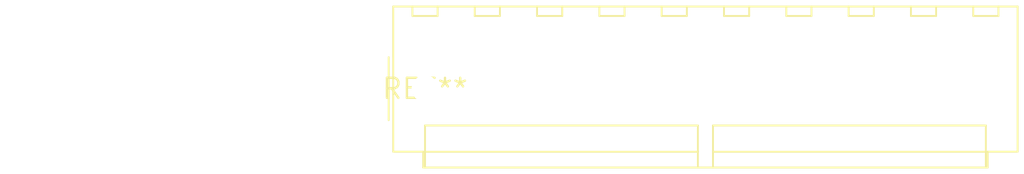
<source format=kicad_pcb>
(kicad_pcb (version 20240108) (generator pcbnew)
  (layers (0 "F.Cu" signal) (31 "B.Cu" signal) (34 "B.Paste" user) (35 "F.Paste" user) (36 "B.SilkS" user "B.Silkscreen") (37 "F.SilkS" user "F.Silkscreen") (38 "B.Mask" user) (39 "F.Mask" user) (44 "Edge.Cuts" user))
  (net 0 "")
  (footprint "Molex_KK-396_A-41791-0010_1x10_P3.96mm_Vertical" (layer "F.Cu") (at 0 0)
    (property "Reference" "REF**")
    (property "Value" "Molex_KK-396_A-41791-0010_1x10_P3.96mm_Vertical")
    (fp_line (start -2.31 -2) (end -2.31 2) (layer "F.SilkS") (stroke (width 0.12)))
    (fp_line (start -2.02 -5.22) (end 37.66 -5.22) (layer "F.SilkS") (stroke (width 0.12)))
    (fp_line (start -2.02 4.005) (end -2.02 -5.22) (layer "F.SilkS") (stroke (width 0.12)))
    (fp_line (start -0.8 -5.22) (end -0.8 -4.62) (layer "F.SilkS") (stroke (width 0.12)))
    (fp_line (start -0.8 -4.62) (end 0.8 -4.62) (layer "F.SilkS") (stroke (width 0.12)))
    (fp_line (start -0.115 4.005) (end -2.02 4.005) (layer "F.SilkS") (stroke (width 0.12)))
    (fp_line (start -0.115 5.01) (end -0.115 4.005) (layer "F.SilkS") (stroke (width 0.12)))
    (fp_line (start 0 2.34) (end 17.34 2.34) (layer "F.SilkS") (stroke (width 0.12)))
    (fp_line (start 0 4.01) (end 0 2.34) (layer "F.SilkS") (stroke (width 0.12)))
    (fp_line (start 0 4.01) (end 17.34 4.01) (layer "F.SilkS") (stroke (width 0.12)))
    (fp_line (start 0 5.01) (end 0 4.01) (layer "F.SilkS") (stroke (width 0.12)))
    (fp_line (start 0.8 -4.62) (end 0.8 -5.22) (layer "F.SilkS") (stroke (width 0.12)))
    (fp_line (start 3.16 -5.22) (end 3.16 -4.62) (layer "F.SilkS") (stroke (width 0.12)))
    (fp_line (start 3.16 -4.62) (end 4.76 -4.62) (layer "F.SilkS") (stroke (width 0.12)))
    (fp_line (start 4.76 -4.62) (end 4.76 -5.22) (layer "F.SilkS") (stroke (width 0.12)))
    (fp_line (start 7.12 -5.22) (end 7.12 -4.62) (layer "F.SilkS") (stroke (width 0.12)))
    (fp_line (start 7.12 -4.62) (end 8.72 -4.62) (layer "F.SilkS") (stroke (width 0.12)))
    (fp_line (start 8.72 -4.62) (end 8.72 -5.22) (layer "F.SilkS") (stroke (width 0.12)))
    (fp_line (start 11.08 -5.22) (end 11.08 -4.62) (layer "F.SilkS") (stroke (width 0.12)))
    (fp_line (start 11.08 -4.62) (end 12.68 -4.62) (layer "F.SilkS") (stroke (width 0.12)))
    (fp_line (start 12.68 -4.62) (end 12.68 -5.22) (layer "F.SilkS") (stroke (width 0.12)))
    (fp_line (start 15.04 -5.22) (end 15.04 -4.62) (layer "F.SilkS") (stroke (width 0.12)))
    (fp_line (start 15.04 -4.62) (end 16.64 -4.62) (layer "F.SilkS") (stroke (width 0.12)))
    (fp_line (start 16.64 -4.62) (end 16.64 -5.22) (layer "F.SilkS") (stroke (width 0.12)))
    (fp_line (start 17.34 2.34) (end 17.34 4.01) (layer "F.SilkS") (stroke (width 0.12)))
    (fp_line (start 17.34 4.01) (end 17.34 5.01) (layer "F.SilkS") (stroke (width 0.12)))
    (fp_line (start 18.3 2.34) (end 35.64 2.34) (layer "F.SilkS") (stroke (width 0.12)))
    (fp_line (start 18.3 4.01) (end 18.3 2.34) (layer "F.SilkS") (stroke (width 0.12)))
    (fp_line (start 18.3 4.01) (end 35.64 4.01) (layer "F.SilkS") (stroke (width 0.12)))
    (fp_line (start 18.3 5.01) (end 18.3 4.01) (layer "F.SilkS") (stroke (width 0.12)))
    (fp_line (start 19 -5.22) (end 19 -4.62) (layer "F.SilkS") (stroke (width 0.12)))
    (fp_line (start 19 -4.62) (end 20.6 -4.62) (layer "F.SilkS") (stroke (width 0.12)))
    (fp_line (start 20.6 -4.62) (end 20.6 -5.22) (layer "F.SilkS") (stroke (width 0.12)))
    (fp_line (start 22.96 -5.22) (end 22.96 -4.62) (layer "F.SilkS") (stroke (width 0.12)))
    (fp_line (start 22.96 -4.62) (end 24.56 -4.62) (layer "F.SilkS") (stroke (width 0.12)))
    (fp_line (start 24.56 -4.62) (end 24.56 -5.22) (layer "F.SilkS") (stroke (width 0.12)))
    (fp_line (start 26.92 -5.22) (end 26.92 -4.62) (layer "F.SilkS") (stroke (width 0.12)))
    (fp_line (start 26.92 -4.62) (end 28.52 -4.62) (layer "F.SilkS") (stroke (width 0.12)))
    (fp_line (start 28.52 -4.62) (end 28.52 -5.22) (layer "F.SilkS") (stroke (width 0.12)))
    (fp_line (start 30.88 -5.22) (end 30.88 -4.62) (layer "F.SilkS") (stroke (width 0.12)))
    (fp_line (start 30.88 -4.62) (end 32.48 -4.62) (layer "F.SilkS") (stroke (width 0.12)))
    (fp_line (start 32.48 -4.62) (end 32.48 -5.22) (layer "F.SilkS") (stroke (width 0.12)))
    (fp_line (start 34.84 -5.22) (end 34.84 -4.62) (layer "F.SilkS") (stroke (width 0.12)))
    (fp_line (start 34.84 -4.62) (end 36.44 -4.62) (layer "F.SilkS") (stroke (width 0.12)))
    (fp_line (start 35.64 2.34) (end 35.64 4.01) (layer "F.SilkS") (stroke (width 0.12)))
    (fp_line (start 35.64 4.01) (end 35.64 5.01) (layer "F.SilkS") (stroke (width 0.12)))
    (fp_line (start 35.755 4.005) (end 35.755 5.01) (layer "F.SilkS") (stroke (width 0.12)))
    (fp_line (start 35.755 5.01) (end -0.115 5.01) (layer "F.SilkS") (stroke (width 0.12)))
    (fp_line (start 36.44 -4.62) (end 36.44 -5.22) (layer "F.SilkS") (stroke (width 0.12)))
    (fp_line (start 37.66 -5.22) (end 37.66 4.005) (layer "F.SilkS") (stroke (width 0.12)))
    (fp_line (start 37.66 4.005) (end 35.755 4.005) (layer "F.SilkS") (stroke (width 0.12)))
    (pad "1" thru_hole roundrect (at 0 0) (size 3.16 4.1) (drill 1.7) (layers *.Cu *.Mask) (remove_unused_layers) (roundrect_rratio 0.079114))
    (pad "2" thru_hole oval (at 3.96 0) (size 3.16 4.1) (drill 1.7) (layers *.Cu *.Mask) (remove_unused_layers))
    (pad "3" thru_hole oval (at 7.92 0) (size 3.16 4.1) (drill 1.7) (layers *.Cu *.Mask) (remove_unused_layers))
    (pad "4" thru_hole oval (at 11.88 0) (size 3.16 4.1) (drill 1.7) (layers *.Cu *.Mask) (remove_unused_layers))
    (pad "5" thru_hole oval (at 15.84 0) (size 3.16 4.1) (drill 1.7) (layers *.Cu *.Mask) (remove_unused_layers))
    (pad "6" thru_hole oval (at 19.8 0) (size 3.16 4.1) (drill 1.7) (layers *.Cu *.Mask) (remove_unused_layers))
    (pad "7" thru_hole oval (at 23.76 0) (size 3.16 4.1) (drill 1.7) (layers *.Cu *.Mask) (remove_unused_layers))
    (pad "8" thru_hole oval (at 27.72 0) (size 3.16 4.1) (drill 1.7) (layers *.Cu *.Mask) (remove_unused_layers))
    (pad "9" thru_hole oval (at 31.68 0) (size 3.16 4.1) (drill 1.7) (layers *.Cu *.Mask) (remove_unused_layers))
    (pad "10" thru_hole oval (at 35.64 0) (size 3.16 4.1) (drill 1.7) (layers *.Cu *.Mask) (remove_unused_layers))
  )
)
</source>
